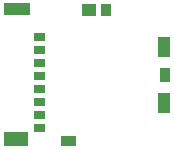
<source format=gbr>
G04 start of page 11 for group -4014 idx -4014 *
G04 Title: (unknown), bottompaste *
G04 Creator: pcb 20140316 *
G04 CreationDate: ven. 06 févr. 2015 16:23:15 GMT UTC *
G04 For: clement *
G04 Format: Gerber/RS-274X *
G04 PCB-Dimensions (mil): 3287.40 1358.27 *
G04 PCB-Coordinate-Origin: lower left *
%MOIN*%
%FSLAX25Y25*%
%LNBOTTOMPASTE*%
%ADD141R,0.0276X0.0276*%
%ADD140R,0.0469X0.0469*%
%ADD139R,0.0346X0.0346*%
%ADD138R,0.0406X0.0406*%
%ADD137R,0.0354X0.0354*%
%ADD136R,0.0413X0.0413*%
%ADD135R,0.0374X0.0374*%
G54D135*X11240Y102657D02*X16043D01*
G54D136*X37461Y102461D02*X38051D01*
G54D137*X43307Y102756D02*Y102165D01*
G54D138*X62657Y91476D02*Y88839D01*
G54D139*X62953Y81339D02*Y80079D01*
G54D138*X62657Y72579D02*Y69941D01*
G54D139*X30000Y58622D02*X31457D01*
G54D140*X11713Y59232D02*X15020D01*
G54D141*X20630Y93307D02*X21614D01*
X20630Y88976D02*X21614D01*
X20630Y84646D02*X21614D01*
X20630Y80315D02*X21614D01*
X20630Y75984D02*X21614D01*
X20630Y71654D02*X21614D01*
X20630Y67323D02*X21614D01*
X20630Y62992D02*X21614D01*
M02*

</source>
